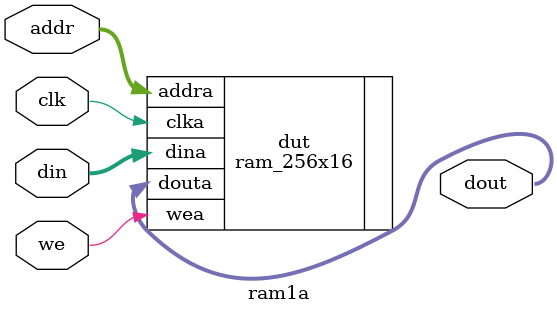
<source format=v>
`timescale 1ns / 1ps
/***********************************************************************
 *
 * Author:   Edward Mares
 * Partner:  Victor Espinoza
 * Email:    eddy.mares@gmail.com
 * Filename: ram1a.v
 * Date:     December 05, 2013
 * Version:  1.0
 *
 * Notes:    1st ram module for the RISC 16-bit processor.
 *
 **********************************************************************/
module ram1a(
    //inputs
    input         clk,
    input         we,
    input [7:0]   addr,
    input [15:0]  din,
    //outputs
    output [15:0] dout
    );
   
   //----------- Begin Cut here for INSTANTIATION Template ---// INST_TAG
   ram_256x16 dut (
      .clka(clk),
      .wea(we), // Bus [0 : 0] 
      .addra(addr), // Bus [7 : 0] 
      .dina(din), // Bus [15 : 0] 
      .douta(dout)); // Bus [15 : 0] 

   // INST_TAG_END ------ End INSTANTIATION Template ---------


endmodule

</source>
